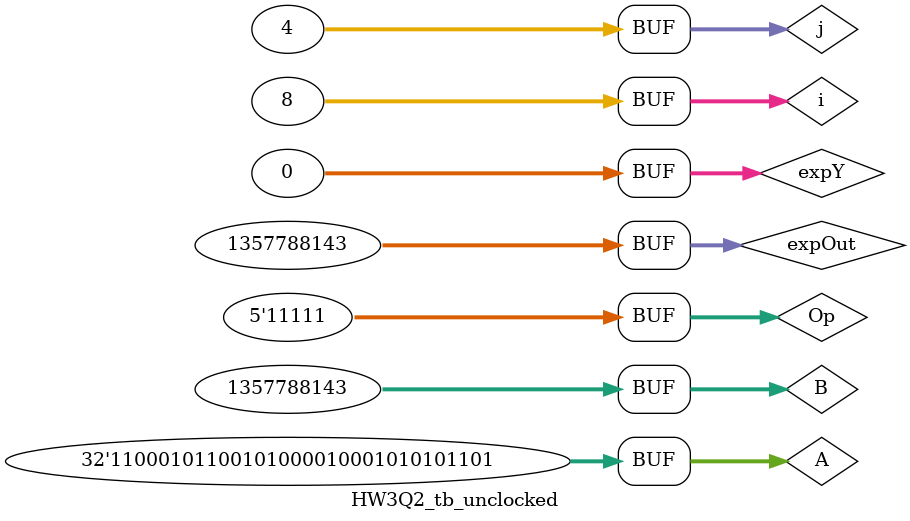
<source format=v>
`timescale 1 ns / 100 ps


//-------------------------------------------------------------------
//-- Testbench module
//----------------------------------------------------------------------
module HW3Q2_tb_unclocked;    
//----------------------------------------------------------------------
//--- constant declarations
//----------------------------------------------------------------------
   localparam  TIME = 10; // defines the wait period.
//----------------------------------------------------------------------                                                                      
//-- signal declarations 
//----------------------------------------------------------------------
	reg [31:0] A;  				// A data input
	reg [31:0] B;  				// B data input
	reg [4:0] Op;  				// OpCode data input
	wire [31:0] Y;  				// Y data output

	integer i, j;  				// define and initialize indexes.
	reg [31:0] expY, expOut;	// define expected Out and Y values
	wire correctness;				// Define a correctness integer 
	integer error_count;			// Define a error_count integer 
  
//----------------------------------------------------------------------
//-- Component instances
//----------------------------------------------------------------------
//-- instantiate the device under test
HW3Q2_unclocked dut    // Device under Test  #(.TIME(10))
	( 
		// Inputs
		.A(A),
		.B(B),
		.Op(Op),
		// Outputs
		.Y(Y)
	);  


//----------------------------------------------------------------------
//-- Test Process
//----------------------------------------------------------------------      

assign correctness = expY == Y ? 1 : 0;

initial
begin
// Begin by initializing all of the inputs to zero/high Z
	A = 32'b0;
	B = 32'b0;
	Op = 5'bZ;
	error_count = 0;
	
	#10
	A = 32'hC59422AD; // Two randomly generated test numbers
	B = 32'h850EE33EF;
	
	for (i=0; i<8; i=i+1) begin // Loop through all upper level op code bits
		for (j=0; j<4; j=j+1) begin // Loop through all lower level op code bits
			Op = {i[2:0], j[1:0]}; // Build the opCode out of the indices
			case (i) // These two case statements build the expected output
				0	: expOut = A;
				1	: expOut = A+B;
				2	: expOut = A-B;
				3 	: expOut = A & B;
				4 	: expOut = A | B;
				5 	: expOut = A + 1;
				6 	: expOut = A - 1;
				7 	: expOut = B;

			endcase
			case (j)
				0	: expY = expOut;
				1 	: expY = expOut << 1;
				2 	: expY = expOut >> 1;
				3	: expY = 0;
			endcase
			#5;
			if(expY != Y) begin // Compare the result to the expected result
				error_count = error_count + 1; // Increment error if result doesn't match expected
			end
			#5;
		end
	end
end


endmodule // of HW3Q2_tb;     


    
</source>
